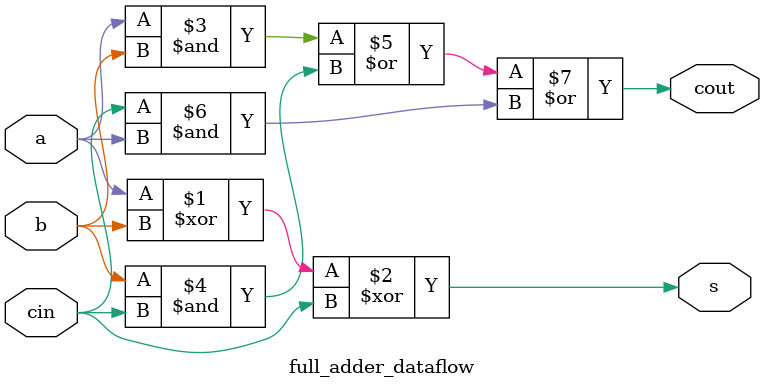
<source format=v>
`timescale 1ns/1ps
module full_adder_dataflow (
  input a,    // Input 'a'
  input b,    // Input 'b'
  input cin,  // Input 'cin' (Carry-in)
  output s,   // Output 's' (Sum)
  output cout // Output 'cout' (Carry-out)
);

  assign s = a ^ b ^ cin;  // Dataflow expression for sum
  assign cout = (a & b) | (b & cin) | (cin & a);  // Dataflow expression for carry-out

endmodule

</source>
